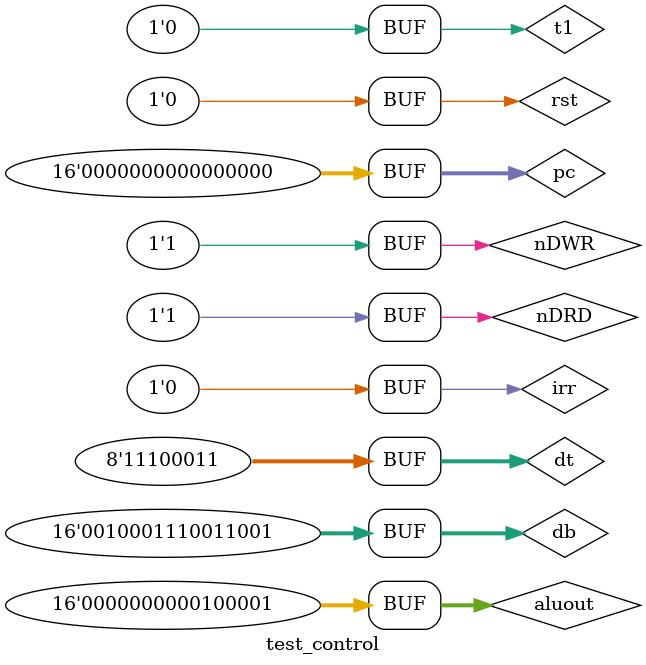
<source format=v>
`timescale 1ns / 1ps


module test_control;

	// Inputs
	reg rst;
	reg irr;
	reg [15:0] pc;
	reg [15:0] aluout;
	reg nDRD;
	reg nDWR;
	reg t1;

	// Outputs
	wire [15:0] irnew;
	wire [15:0] abus;
	wire nmreq;
	wire nrd;
	wire nwr;
	wire nbhe;
	wire nble;

	// Bidirs
	wire [7:0] data;
	wire [15:0] dbus;
	
	reg [15:0] db; reg [7:0] dt;
	assign dbus=(nrd==0)?db:16'bz;
	assign data=(nwr==0)?dt:8'bz;
	// Instantiate the Unit Under Test (UUT)
	control uut (
		.rst(rst), 
		.t1(t1),
		.irr(irr), 
		.pc(pc), 
		.irnew(irnew), 
		.aluout(aluout), 
		.data(data), 
		.nDRD(nDRD), 
		.nDWR(nDWR), 
		.abus(abus), 
		.dbus(dbus), 
		.nmreq(nmreq), 
		.nrd(nrd), 
		.nwr(nwr), 
		.nbhe(nbhe), 
		.nble(nble)
	);

	initial begin
		// Initialize Inputs
		rst = 0;
		irr = 0;
		pc = 0;
		t1=0;
		aluout = 33;
		nDRD = 1;
		dt=8'b11100011;
		db=16'b0010001110011001;
		nDWR = 1;
		#1 rst=1;
		#1 rst=0;
		
		#18 irr=1;
		#10 irr=0; 
		
		#20 nDRD=0;
		#10 nDRD=1;
		#20 t1=1;
		#10 t1=0;nDWR=0;
		#10 nDWR=1;

		// Wait 100 ns for global reset to finish
		#100;
        
		// Add stimulus here

	end
      
endmodule


</source>
